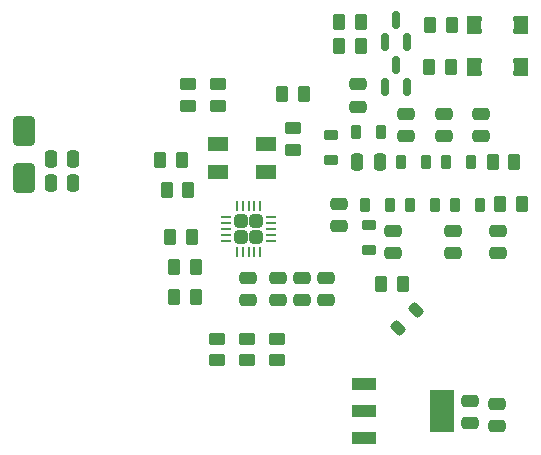
<source format=gbr>
%TF.GenerationSoftware,KiCad,Pcbnew,7.0.11+1*%
%TF.CreationDate,2024-07-13T22:37:04+00:00*%
%TF.ProjectId,ISM03,49534d30-332e-46b6-9963-61645f706362,rev?*%
%TF.SameCoordinates,Original*%
%TF.FileFunction,Paste,Bot*%
%TF.FilePolarity,Positive*%
%FSLAX46Y46*%
G04 Gerber Fmt 4.6, Leading zero omitted, Abs format (unit mm)*
G04 Created by KiCad (PCBNEW 7.0.11+1) date 2024-07-13 22:37:04*
%MOMM*%
%LPD*%
G01*
G04 APERTURE LIST*
G04 Aperture macros list*
%AMRoundRect*
0 Rectangle with rounded corners*
0 $1 Rounding radius*
0 $2 $3 $4 $5 $6 $7 $8 $9 X,Y pos of 4 corners*
0 Add a 4 corners polygon primitive as box body*
4,1,4,$2,$3,$4,$5,$6,$7,$8,$9,$2,$3,0*
0 Add four circle primitives for the rounded corners*
1,1,$1+$1,$2,$3*
1,1,$1+$1,$4,$5*
1,1,$1+$1,$6,$7*
1,1,$1+$1,$8,$9*
0 Add four rect primitives between the rounded corners*
20,1,$1+$1,$2,$3,$4,$5,0*
20,1,$1+$1,$4,$5,$6,$7,0*
20,1,$1+$1,$6,$7,$8,$9,0*
20,1,$1+$1,$8,$9,$2,$3,0*%
%AMFreePoly0*
4,1,25,0.405000,0.748540,0.473851,0.737775,0.540468,0.697134,0.586462,0.634092,0.604830,0.558249,0.592776,0.481149,0.558927,0.388685,0.517726,0.196112,0.503933,-0.000335,0.517820,-0.196775,0.559113,-0.389328,0.593005,-0.481776,0.605097,-0.558870,0.586765,-0.634722,0.540802,-0.697786,0.474204,-0.738459,0.405000,-0.749313,0.405000,-0.750000,0.400623,-0.750000,0.397110,-0.750551,
0.394830,-0.750000,-0.645000,-0.750000,-0.645000,0.750000,0.405000,0.750000,0.405000,0.748540,0.405000,0.748540,$1*%
G04 Aperture macros list end*
%ADD10RoundRect,0.250000X-0.262500X-0.450000X0.262500X-0.450000X0.262500X0.450000X-0.262500X0.450000X0*%
%ADD11RoundRect,0.250000X0.450000X-0.262500X0.450000X0.262500X-0.450000X0.262500X-0.450000X-0.262500X0*%
%ADD12R,2.032000X1.016000*%
%ADD13R,2.032000X3.657600*%
%ADD14RoundRect,0.150000X0.150000X-0.587500X0.150000X0.587500X-0.150000X0.587500X-0.150000X-0.587500X0*%
%ADD15FreePoly0,0.000000*%
%ADD16FreePoly0,180.000000*%
%ADD17RoundRect,0.250000X-0.450000X0.262500X-0.450000X-0.262500X0.450000X-0.262500X0.450000X0.262500X0*%
%ADD18RoundRect,0.250000X-0.250000X-0.475000X0.250000X-0.475000X0.250000X0.475000X-0.250000X0.475000X0*%
%ADD19RoundRect,0.250000X-0.475000X0.250000X-0.475000X-0.250000X0.475000X-0.250000X0.475000X0.250000X0*%
%ADD20RoundRect,0.250000X0.650000X-1.000000X0.650000X1.000000X-0.650000X1.000000X-0.650000X-1.000000X0*%
%ADD21RoundRect,0.218750X0.381250X-0.218750X0.381250X0.218750X-0.381250X0.218750X-0.381250X-0.218750X0*%
%ADD22RoundRect,0.250000X0.262500X0.450000X-0.262500X0.450000X-0.262500X-0.450000X0.262500X-0.450000X0*%
%ADD23R,1.800000X1.200000*%
%ADD24RoundRect,0.250000X0.315000X0.315000X-0.315000X0.315000X-0.315000X-0.315000X0.315000X-0.315000X0*%
%ADD25RoundRect,0.062500X0.362500X0.062500X-0.362500X0.062500X-0.362500X-0.062500X0.362500X-0.062500X0*%
%ADD26RoundRect,0.062500X0.062500X0.362500X-0.062500X0.362500X-0.062500X-0.362500X0.062500X-0.362500X0*%
%ADD27RoundRect,0.218750X0.218750X0.381250X-0.218750X0.381250X-0.218750X-0.381250X0.218750X-0.381250X0*%
%ADD28RoundRect,0.218750X-0.381250X0.218750X-0.381250X-0.218750X0.381250X-0.218750X0.381250X0.218750X0*%
%ADD29RoundRect,0.250000X0.475000X-0.250000X0.475000X0.250000X-0.475000X0.250000X-0.475000X-0.250000X0*%
%ADD30RoundRect,0.218750X0.114905X-0.424264X0.424264X-0.114905X-0.114905X0.424264X-0.424264X0.114905X0*%
G04 APERTURE END LIST*
D10*
%TO.C,R15*%
X15941500Y20320000D03*
X17766500Y20320000D03*
%TD*%
D11*
%TO.C,R17*%
X19521000Y14976000D03*
X19521000Y16801000D03*
%TD*%
D12*
%TO.C,U1*%
X31967000Y8395500D03*
X31967000Y10681500D03*
X31967000Y12967500D03*
D13*
X38571000Y10681500D03*
%TD*%
D14*
%TO.C,Q1*%
X35647500Y41938500D03*
X33747500Y41938500D03*
X34697500Y43813500D03*
%TD*%
D15*
%TO.C,D3*%
X41428501Y39828000D03*
D16*
X45238501Y39828000D03*
%TD*%
D15*
%TO.C,D2*%
X41428500Y43384000D03*
D16*
X45238500Y43384000D03*
%TD*%
D17*
%TO.C,R19*%
X19648000Y38376811D03*
X19648000Y36551811D03*
%TD*%
D14*
%TO.C,Q2*%
X35647500Y38128500D03*
X33747500Y38128500D03*
X34697500Y40003500D03*
%TD*%
D18*
%TO.C,C1*%
X5453547Y29971311D03*
X7353547Y29971311D03*
%TD*%
D19*
%TO.C,C3*%
X40984000Y11568000D03*
X40984000Y9668000D03*
%TD*%
%TO.C,C5*%
X43270000Y11314000D03*
X43270000Y9414000D03*
%TD*%
%TO.C,C15*%
X22188000Y21982000D03*
X22188000Y20082000D03*
%TD*%
D20*
%TO.C,D1*%
X3165047Y30384311D03*
X3165047Y34384311D03*
%TD*%
D21*
%TO.C,L8*%
X32375047Y24336811D03*
X32375047Y26461811D03*
%TD*%
D22*
%TO.C,R1*%
X35256047Y21412000D03*
X33431047Y21412000D03*
%TD*%
D10*
%TO.C,R9*%
X15941500Y22860000D03*
X17766500Y22860000D03*
%TD*%
%TO.C,R10*%
X15306500Y29414000D03*
X17131500Y29414000D03*
%TD*%
D11*
%TO.C,R13*%
X24601000Y14976000D03*
X24601000Y16801000D03*
%TD*%
%TO.C,R16*%
X22061000Y14976000D03*
X22061000Y16801000D03*
%TD*%
D22*
%TO.C,R22*%
X39420000Y43384000D03*
X37595000Y43384000D03*
%TD*%
%TO.C,R23*%
X39356500Y39828000D03*
X37531500Y39828000D03*
%TD*%
D19*
%TO.C,C20*%
X28792000Y21982000D03*
X28792000Y20082000D03*
%TD*%
%TO.C,C17*%
X24728000Y21982000D03*
X24728000Y20082000D03*
%TD*%
D18*
%TO.C,C2*%
X5453547Y32003311D03*
X7353547Y32003311D03*
%TD*%
D17*
%TO.C,R18*%
X17108000Y38376811D03*
X17108000Y36551811D03*
%TD*%
D10*
%TO.C,R11*%
X15597500Y25400000D03*
X17422500Y25400000D03*
%TD*%
%TO.C,R12*%
X14749189Y31954000D03*
X16574189Y31954000D03*
%TD*%
D23*
%TO.C,Y2*%
X23654600Y30931800D03*
X19654600Y30931800D03*
X19654600Y33331800D03*
X23654600Y33331800D03*
%TD*%
D24*
%TO.C,U2*%
X22865047Y25462000D03*
X22865047Y26762000D03*
X21565047Y25462000D03*
X21565047Y26762000D03*
D25*
X24140047Y27112000D03*
X24140047Y26612000D03*
X24140047Y26112000D03*
X24140047Y25612000D03*
X24140047Y25112000D03*
D26*
X23215047Y24187000D03*
X22715047Y24187000D03*
X22215047Y24187000D03*
X21715047Y24187000D03*
X21215047Y24187000D03*
D25*
X20290047Y25112000D03*
X20290047Y25612000D03*
X20290047Y26112000D03*
X20290047Y26612000D03*
X20290047Y27112000D03*
D26*
X21215047Y28037000D03*
X21715047Y28037000D03*
X22215047Y28037000D03*
X22715047Y28037000D03*
X23215047Y28037000D03*
%TD*%
D27*
%TO.C,L7*%
X34199547Y28167911D03*
X32074547Y28167911D03*
%TD*%
%TO.C,L6*%
X37247547Y31749311D03*
X35122547Y31749311D03*
%TD*%
%TO.C,L9*%
X33437547Y34289311D03*
X31312547Y34289311D03*
%TD*%
%TO.C,L5*%
X38009547Y28167911D03*
X35884547Y28167911D03*
%TD*%
D28*
%TO.C,L10*%
X29200047Y34081811D03*
X29200047Y31956811D03*
%TD*%
D19*
%TO.C,C7*%
X39487047Y25942911D03*
X39487047Y24042911D03*
%TD*%
%TO.C,C9*%
X34407047Y25942911D03*
X34407047Y24042911D03*
%TD*%
D29*
%TO.C,C13*%
X31486047Y36450811D03*
X31486047Y38350811D03*
%TD*%
%TO.C,C10*%
X35550047Y33974311D03*
X35550047Y35874311D03*
%TD*%
%TO.C,C11*%
X29835047Y26354311D03*
X29835047Y28254311D03*
%TD*%
D19*
%TO.C,C4*%
X43297047Y25942911D03*
X43297047Y24042911D03*
%TD*%
D18*
%TO.C,C12*%
X31425047Y31749311D03*
X33325047Y31749311D03*
%TD*%
D29*
%TO.C,C6*%
X41900047Y33974311D03*
X41900047Y35874311D03*
%TD*%
%TO.C,C8*%
X38725047Y33974311D03*
X38725047Y35874311D03*
%TD*%
D27*
%TO.C,L3*%
X41819547Y28167911D03*
X39694547Y28167911D03*
%TD*%
%TO.C,L4*%
X41057547Y31749311D03*
X38932547Y31749311D03*
%TD*%
D22*
%TO.C,L1*%
X45352547Y28193311D03*
X43527547Y28193311D03*
%TD*%
%TO.C,L2*%
X44717547Y31749311D03*
X42892547Y31749311D03*
%TD*%
D19*
%TO.C,C19*%
X26760000Y21982000D03*
X26760000Y20082000D03*
%TD*%
D17*
%TO.C,R4*%
X25998000Y34644500D03*
X25998000Y32819500D03*
%TD*%
D10*
%TO.C,R2*%
X29911500Y43638000D03*
X31736500Y43638000D03*
%TD*%
D22*
%TO.C,R5*%
X26910500Y37542000D03*
X25085500Y37542000D03*
%TD*%
D10*
%TO.C,R3*%
X29911500Y41606000D03*
X31736500Y41606000D03*
%TD*%
D30*
%TO.C,L11*%
X34898699Y17740699D03*
X36401301Y19243301D03*
%TD*%
M02*

</source>
